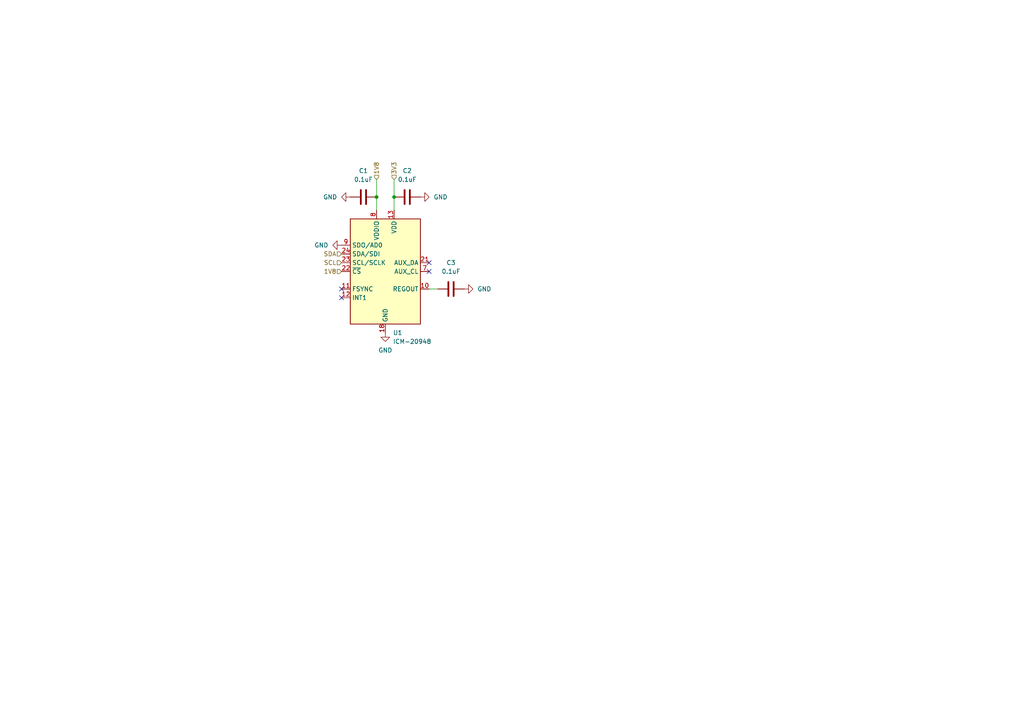
<source format=kicad_sch>
(kicad_sch (version 20231120) (generator "eeschema") (generator_version "8.0")
  (paper "A4")
  (lib_symbols
    (symbol "Device:C" (pin_numbers hide) (pin_names (offset 0.254))
      (property "Reference" "C" (at 0.635 2.54 0))
      (property "Value" "C" (at 0.635 -2.54 0))
      (symbol "C_0_1"
        (polyline (pts (xy -2.032 -0.762) (xy 2.032 -0.762)) (stroke (width 0.508)))
        (polyline (pts (xy -2.032 0.762) (xy 2.032 0.762)) (stroke (width 0.508)))
      )
      (symbol "C_1_1"
        (pin passive line (at 0 3.81 270) (length 2.794) (name "~") (number "1"))
        (pin passive line (at 0 -3.81 90) (length 2.794) (name "~") (number "2"))
      )
    )
    (symbol "Sensor_Motion:ICM-20948"
      (property "Reference" "U" (at -11.43 16.51 0))
      (property "Value" "ICM-20948" (at 7.62 -16.51 0))
      (symbol "ICM-20948_0_1"
        (rectangle (start -10.16 15.24) (end 10.16 -15.24) (stroke (width 0.254)) (fill (type background)))
      )
      (symbol "ICM-20948_1_1"
        (pin no_connect line (at -10.16 12.7 0) (length 2.54) hide (name "NC") (number "1"))
        (pin passive line (at 12.7 -5.08 180) (length 2.54) (name "REGOUT") (number "10"))
        (pin input line (at -12.7 -5.08 0) (length 2.54) (name "FSYNC") (number "11"))
        (pin output line (at -12.7 -7.62 0) (length 2.54) (name "INT1") (number "12"))
        (pin power_in line (at 2.54 17.78 270) (length 2.54) (name "VDD") (number "13"))
        (pin no_connect line (at 10.16 7.62 180) (length 2.54) hide (name "NC") (number "14"))
        (pin no_connect line (at 10.16 5.08 180) (length 2.54) hide (name "NC") (number "15"))
        (pin no_connect line (at 10.16 -7.62 180) (length 2.54) hide (name "NC") (number "16"))
        (pin no_connect line (at 10.16 -10.16 180) (length 2.54) hide (name "NC") (number "17"))
        (pin power_in line (at 0 -17.78 90) (length 2.54) (name "GND") (number "18"))
        (pin no_connect line (at 10.16 -12.7 180) (length 2.54) hide (name "RESV") (number "19"))
        (pin no_connect line (at -10.16 10.16 0) (length 2.54) hide (name "NC") (number "2"))
        (pin passive line (at 0 -17.78 90) (length 2.54) hide (name "GND") (number "20"))
        (pin bidirectional line (at 12.7 2.54 180) (length 2.54) (name "AUX_DA") (number "21"))
        (pin input line (at -12.7 0 0) (length 2.54) (name "~{CS}") (number "22"))
        (pin input line (at -12.7 2.54 0) (length 2.54) (name "SCL/SCLK") (number "23"))
        (pin bidirectional line (at -12.7 5.08 0) (length 2.54) (name "SDA/SDI") (number "24"))
        (pin no_connect line (at -10.16 -2.54 0) (length 2.54) hide (name "NC") (number "3"))
        (pin no_connect line (at -10.16 -10.16 0) (length 2.54) hide (name "NC") (number "4"))
        (pin no_connect line (at -10.16 -12.7 0) (length 2.54) hide (name "NC") (number "5"))
        (pin no_connect line (at 10.16 10.16 180) (length 2.54) hide (name "NC") (number "6"))
        (pin output line (at 12.7 0 180) (length 2.54) (name "AUX_CL") (number "7"))
        (pin power_in line (at -2.54 17.78 270) (length 2.54) (name "VDDIO") (number "8"))
        (pin bidirectional line (at -12.7 7.62 0) (length 2.54) (name "SDO/AD0") (number "9"))
      )
    )
    (symbol "power:GND" (power) (pin_numbers hide) (pin_names (offset 0) hide)
      (property "Value" "GND" (at 0 -3.81 0))
      (symbol "GND_0_1"
        (polyline (pts (xy 0 0) (xy 0 -1.27) (xy 1.27 -1.27) (xy 0 -2.54) (xy -1.27 -1.27) (xy 0 -1.27)))
      )
      (symbol "GND_1_1"
        (pin power_in line (at 0 0 270) (length 0) (name "~") (number "1"))
      )
    )
  )
  (junction (at 114.3 57.15))
  (junction (at 109.22 57.15))
  (no_connect (at 124.46 78.74))
  (no_connect (at 124.46 76.2))
  (no_connect (at 99.06 83.82))
  (no_connect (at 99.06 86.36))
  (wire (pts (xy 114.3 52.07) (xy 114.3 57.15)))
  (wire (pts (xy 114.3 57.15) (xy 114.3 60.96)))
  (wire (pts (xy 127 83.82) (xy 124.46 83.82)))
  (wire (pts (xy 109.22 57.15) (xy 109.22 60.96)))
  (wire (pts (xy 109.22 52.07) (xy 109.22 57.15)))
  (hierarchical_label "SCL" (shape input) (at 99.06 76.2 180))
  (hierarchical_label "1V8" (shape input) (at 99.06 78.74 180))
  (hierarchical_label "3V3" (shape input) (at 114.3 52.07 90))
  (hierarchical_label "SDA" (shape input) (at 99.06 73.66 180))
  (hierarchical_label "1V8" (shape input) (at 109.22 52.07 90))
  (symbol (lib_id "power:GND") (at 99.06 71.12 270) (unit 1)
    (property "Reference" "#PWR04" (effects (hide yes)))
    (property "Value" "GND" (at 95.25 71.1199 90) (effects (justify right)))
    (property "Description" "Power symbol creates a global label with name \"GND\" , ground" (effects (hide yes)))
  )
  (symbol (lib_id "power:GND") (at 121.92 57.15 90) (unit 1)
    (property "Reference" "#PWR07" (effects (hide yes)))
    (property "Value" "GND" (at 125.73 57.1499 90) (effects (justify right)))
    (property "Description" "Power symbol creates a global label with name \"GND\" , ground" (effects (hide yes)))
  )
  (symbol (lib_id "Device:C") (at 105.41 57.15 90) (unit 1)
    (property "Reference" "C1" (at 105.41 49.53 90))
    (property "Value" "0.1uF" (at 105.41 52.07 90))
    (property "Description" "Unpolarized capacitor" (effects (hide yes)))
  )
  (symbol (lib_id "power:GND") (at 111.76 96.52 0) (unit 1)
    (property "Reference" "#PWR06" (effects (hide yes)))
    (property "Value" "GND" (at 111.76 101.6 0))
    (property "Description" "Power symbol creates a global label with name \"GND\" , ground" (effects (hide yes)))
  )
  (symbol (lib_id "power:GND") (at 101.6 57.15 270) (unit 1)
    (property "Reference" "#PWR05" (effects (hide yes)))
    (property "Value" "GND" (at 97.79 57.1499 90) (effects (justify right)))
    (property "Description" "Power symbol creates a global label with name \"GND\" , ground" (effects (hide yes)))
  )
  (symbol (lib_id "Sensor_Motion:ICM-20948") (at 111.76 78.74 0) (unit 1)
    (property "Reference" "U1" (at 113.9541 96.52 0) (effects (justify left)))
    (property "Value" "ICM-20948" (at 113.9541 99.06 0) (effects (justify left)))
    (property "Footprint" "Sensor_Motion:InvenSense_QFN-24_3x3mm_P0.4mm" (effects (hide yes)))
    (property "Datasheet" "http://www.invensense.com/wp-content/uploads/2016/06/DS-000189-ICM-20948-v1.3.pdf" (effects (hide yes)))
    (property "Description" "InvenSense 9-Axis Motion Sensor, Accelerometer, Gyroscope, Compass, I2C/SPI, QFN-24" (effects (hide yes)))
  )
  (symbol (lib_id "Device:C") (at 130.81 83.82 90) (unit 1)
    (property "Reference" "C3" (at 130.81 76.2 90))
    (property "Value" "0.1uF" (at 130.81 78.74 90))
    (property "Description" "Unpolarized capacitor" (effects (hide yes)))
  )
  (symbol (lib_id "power:GND") (at 134.62 83.82 90) (unit 1)
    (property "Reference" "#PWR08" (effects (hide yes)))
    (property "Value" "GND" (at 138.43 83.8199 90) (effects (justify right)))
    (property "Description" "Power symbol creates a global label with name \"GND\" , ground" (effects (hide yes)))
  )
  (symbol (lib_id "Device:C") (at 118.11 57.15 90) (unit 1)
    (property "Reference" "C2" (at 118.11 49.53 90))
    (property "Value" "0.1uF" (at 118.11 52.07 90))
    (property "Description" "Unpolarized capacitor" (effects (hide yes)))
  )
)
</source>
